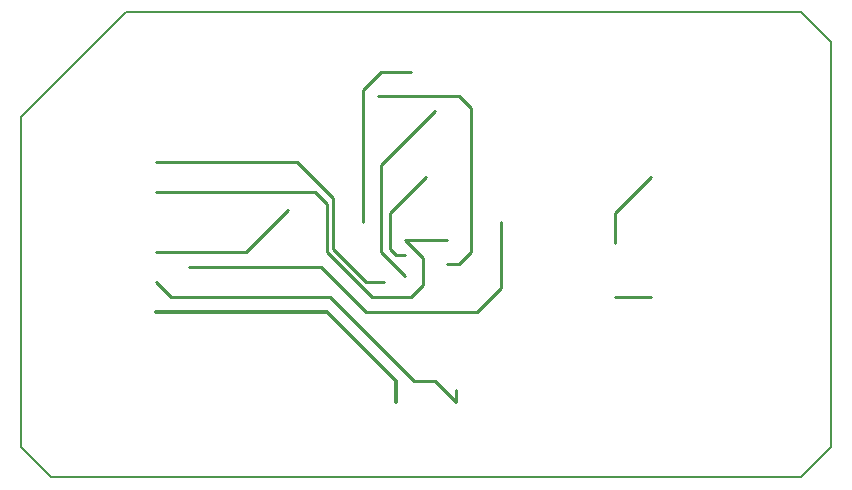
<source format=gbr>
G04 EAGLE Gerber RS-274X export*
G75*
%MOMM*%
%FSLAX34Y34*%
%LPD*%
%INBottom Copper*%
%IPPOS*%
%AMOC8*
5,1,8,0,0,1.08239X$1,22.5*%
G01*
%ADD10C,0.254000*%
%ADD11C,0.304800*%
%ADD12C,0.152400*%


D10*
X304800Y25400D02*
X304800Y35560D01*
X63500Y114300D02*
X50800Y127000D01*
X63500Y114300D02*
X198120Y114300D01*
X269240Y43180D01*
X287020Y43180D01*
X304800Y25400D01*
D11*
X254000Y25400D02*
X254000Y43180D01*
X195580Y101600D01*
X50800Y101600D01*
D10*
X297180Y142240D02*
X307340Y142240D01*
X317500Y152400D01*
X317500Y274320D01*
X307340Y284480D01*
X238760Y284480D01*
X243840Y127000D02*
X228600Y127000D01*
X200660Y154940D01*
X200660Y198120D01*
X170180Y228600D01*
X50800Y228600D01*
X261620Y162560D02*
X297180Y162560D01*
X185420Y203200D02*
X50800Y203200D01*
X185420Y203200D02*
X195580Y193040D01*
X195580Y152400D01*
X233680Y114300D01*
X266700Y114300D01*
X276860Y124460D01*
X276860Y147320D01*
X261620Y162560D01*
X190500Y139700D02*
X78740Y139700D01*
X190500Y139700D02*
X228600Y101600D01*
X322580Y101600D01*
X342900Y121920D01*
X342900Y177800D01*
X162560Y187960D02*
X127000Y152400D01*
X50800Y152400D01*
X226060Y177800D02*
X226060Y289560D01*
X241300Y304800D02*
X266700Y304800D01*
X241300Y304800D02*
X226060Y289560D01*
X439420Y185420D02*
X439420Y160020D01*
X439420Y185420D02*
X469900Y215900D01*
X469900Y114300D02*
X439420Y114300D01*
X279400Y215900D02*
X248920Y185420D01*
X248920Y154940D01*
X254000Y149860D01*
X261620Y149860D01*
X241300Y226060D02*
X287020Y271780D01*
X241300Y226060D02*
X241300Y152400D01*
X261620Y132080D01*
D12*
X25400Y355600D02*
X596900Y355600D01*
X622300Y330200D01*
X622300Y-12700D01*
X596900Y-38100D01*
X-38100Y-38100D01*
X-63500Y-12700D01*
X-63500Y266700D01*
X25400Y355600D01*
M02*

</source>
